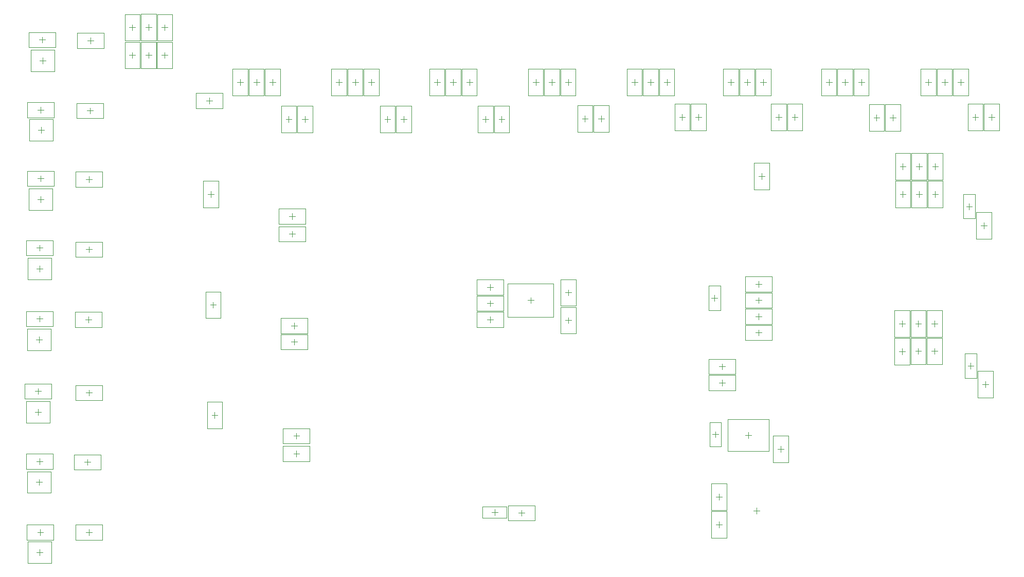
<source format=gbr>
%TF.GenerationSoftware,Altium Limited,Altium Designer,18.0.9 (584)*%
G04 Layer_Color=32768*
%FSLAX26Y26*%
%MOIN*%
%TF.FileFunction,Other,Mechanical_15*%
%TF.Part,Single*%
G01*
G75*
%TA.AperFunction,NonConductor*%
%ADD88C,0.003937*%
D88*
X3485000Y2750315D02*
Y2789685D01*
X3465315Y2770000D02*
X3504685D01*
X3398386Y2720787D02*
X3571614D01*
X3398386Y2819213D02*
X3571614D01*
Y2720787D02*
Y2819213D01*
X3398386Y2720787D02*
Y2819213D01*
X6494685Y3845000D02*
X6534055D01*
X6514370Y3825315D02*
Y3864685D01*
X6563583Y3758386D02*
Y3931614D01*
X6465158Y3758386D02*
Y3931614D01*
X6563583D01*
X6465158Y3758386D02*
X6563583D01*
X4705630Y1627599D02*
Y1702402D01*
X4863110Y1627599D02*
Y1702402D01*
X4705630D02*
X4863110D01*
X4705630Y1627599D02*
X4863110D01*
X4764685Y1665000D02*
X4804055D01*
X4784370Y1645315D02*
Y1684685D01*
X4959370Y1640315D02*
Y1679685D01*
X4939685Y1660000D02*
X4979055D01*
X4872756Y1610787D02*
X5045984D01*
X4872756Y1709213D02*
X5045984D01*
Y1610787D02*
Y1709213D01*
X4872756Y1610787D02*
Y1709213D01*
X6171968Y2976260D02*
X6246772D01*
X6171968Y3133740D02*
X6246772D01*
X6171968Y2976260D02*
Y3133740D01*
X6246772Y2976260D02*
Y3133740D01*
X6209370Y3035315D02*
Y3074685D01*
X6189685Y3055000D02*
X6229055D01*
X5017520Y3020315D02*
Y3059685D01*
X4997835Y3040000D02*
X5037205D01*
X4869882Y2931732D02*
X5165158D01*
X4869882Y3148268D02*
X5165158D01*
Y2931732D02*
Y3148268D01*
X4869882Y2931732D02*
Y3148268D01*
X6462835Y1675000D02*
X6502205D01*
X6482520Y1655315D02*
Y1694685D01*
X6188307Y1678386D02*
X6286732D01*
X6188307Y1851614D02*
X6286732D01*
X6188307Y1678386D02*
Y1851614D01*
X6286732Y1678386D02*
Y1851614D01*
X6237520Y1745315D02*
Y1784685D01*
X6217835Y1765000D02*
X6257205D01*
X7880315Y4229370D02*
X7919685D01*
X7900000Y4209685D02*
Y4249055D01*
X7850787Y4142756D02*
Y4315984D01*
X7949213Y4142756D02*
Y4315984D01*
X7850787Y4142756D02*
X7949213D01*
X7850787Y4315984D02*
X7949213D01*
X7985315Y4228740D02*
X8024685D01*
X8005000Y4209055D02*
Y4248425D01*
X8054213Y4142126D02*
Y4315354D01*
X7955787Y4142126D02*
Y4315354D01*
X8054213D01*
X7955787Y4142126D02*
X8054213D01*
X7240315Y4224370D02*
X7279685D01*
X7260000Y4204685D02*
Y4244055D01*
X7210787Y4137756D02*
Y4310984D01*
X7309213Y4137756D02*
Y4310984D01*
X7210787Y4137756D02*
X7309213D01*
X7210787Y4310984D02*
X7309213D01*
X7345315Y4224370D02*
X7384685D01*
X7365000Y4204685D02*
Y4244055D01*
X7414213Y4137756D02*
Y4310984D01*
X7315787Y4137756D02*
Y4310984D01*
X7414213D01*
X7315787Y4137756D02*
X7414213D01*
X6605315Y4229370D02*
X6644685D01*
X6625000Y4209685D02*
Y4249055D01*
X6575787Y4142756D02*
Y4315984D01*
X6674213Y4142756D02*
Y4315984D01*
X6575787Y4142756D02*
X6674213D01*
X6575787Y4315984D02*
X6674213D01*
X6710315Y4229370D02*
X6749685D01*
X6730000Y4209685D02*
Y4249055D01*
X6779213Y4142756D02*
Y4315984D01*
X6680787Y4142756D02*
Y4315984D01*
X6779213D01*
X6680787Y4142756D02*
X6779213D01*
X5980315Y4229370D02*
X6019685D01*
X6000000Y4209685D02*
Y4249055D01*
X5950787Y4142756D02*
Y4315984D01*
X6049213Y4142756D02*
Y4315984D01*
X5950787Y4142756D02*
X6049213D01*
X5950787Y4315984D02*
X6049213D01*
X6085315Y4229370D02*
X6124685D01*
X6105000Y4209685D02*
Y4249055D01*
X6154213Y4142756D02*
Y4315984D01*
X6055787Y4142756D02*
Y4315984D01*
X6154213D01*
X6055787Y4142756D02*
X6154213D01*
X5350315Y4219370D02*
X5389685D01*
X5370000Y4199685D02*
Y4239055D01*
X5320787Y4132756D02*
Y4305984D01*
X5419213Y4132756D02*
Y4305984D01*
X5320787Y4132756D02*
X5419213D01*
X5320787Y4305984D02*
X5419213D01*
X5455315Y4219370D02*
X5494685D01*
X5475000Y4199685D02*
Y4239055D01*
X5524213Y4132756D02*
Y4305984D01*
X5425787Y4132756D02*
Y4305984D01*
X5524213D01*
X5425787Y4132756D02*
X5524213D01*
X4810315Y4214370D02*
X4849685D01*
X4830000Y4194685D02*
Y4234055D01*
X4879213Y4127756D02*
Y4300984D01*
X4780787Y4127756D02*
Y4300984D01*
X4879213D01*
X4780787Y4127756D02*
X4879213D01*
X4705315Y4214370D02*
X4744685D01*
X4725000Y4194685D02*
Y4234055D01*
X4675787Y4127756D02*
Y4300984D01*
X4774213Y4127756D02*
Y4300984D01*
X4675787Y4127756D02*
X4774213D01*
X4675787Y4300984D02*
X4774213D01*
X4070315Y4214370D02*
X4109685D01*
X4090000Y4194685D02*
Y4234055D01*
X4040787Y4127756D02*
Y4300984D01*
X4139213Y4127756D02*
Y4300984D01*
X4040787Y4127756D02*
X4139213D01*
X4040787Y4300984D02*
X4139213D01*
X4175315Y4214370D02*
X4214685D01*
X4195000Y4194685D02*
Y4234055D01*
X4244213Y4127756D02*
Y4300984D01*
X4145787Y4127756D02*
Y4300984D01*
X4244213D01*
X4145787Y4127756D02*
X4244213D01*
X3535315Y4214370D02*
X3574685D01*
X3555000Y4194685D02*
Y4234055D01*
X3604213Y4127756D02*
Y4300984D01*
X3505787Y4127756D02*
Y4300984D01*
X3604213D01*
X3505787Y4127756D02*
X3604213D01*
X3430315Y4214370D02*
X3469685D01*
X3450000Y4194685D02*
Y4234055D01*
X3400787Y4127756D02*
Y4300984D01*
X3499213Y4127756D02*
Y4300984D01*
X3400787Y4127756D02*
X3499213D01*
X3400787Y4300984D02*
X3499213D01*
X7945315Y2494370D02*
X7984685D01*
X7965000Y2474685D02*
Y2514055D01*
X7915787Y2407756D02*
Y2580984D01*
X8014213Y2407756D02*
Y2580984D01*
X7915787Y2407756D02*
X8014213D01*
X7915787Y2580984D02*
X8014213D01*
X7935315Y3524370D02*
X7974685D01*
X7955000Y3504685D02*
Y3544055D01*
X7905787Y3437756D02*
Y3610984D01*
X8004213Y3437756D02*
Y3610984D01*
X7905787Y3437756D02*
X8004213D01*
X7905787Y3610984D02*
X8004213D01*
X2155630Y1515315D02*
Y1554685D01*
X2135945Y1535000D02*
X2175315D01*
X2069016Y1485787D02*
X2242244D01*
X2069016Y1584213D02*
X2242244D01*
Y1485787D02*
Y1584213D01*
X2069016Y1485787D02*
Y1584213D01*
X2145630Y1970315D02*
Y2009685D01*
X2125945Y1990000D02*
X2165315D01*
X2059016Y1940787D02*
X2232244D01*
X2059016Y2039213D02*
X2232244D01*
Y1940787D02*
Y2039213D01*
X2059016Y1940787D02*
Y2039213D01*
X2155630Y2420315D02*
Y2459685D01*
X2135945Y2440000D02*
X2175315D01*
X2069016Y2390787D02*
X2242244D01*
X2069016Y2489213D02*
X2242244D01*
Y2390787D02*
Y2489213D01*
X2069016Y2390787D02*
Y2489213D01*
X2150630Y2895315D02*
Y2934685D01*
X2130945Y2915000D02*
X2170315D01*
X2064016Y2865787D02*
X2237244D01*
X2064016Y2964213D02*
X2237244D01*
Y2865787D02*
Y2964213D01*
X2064016Y2865787D02*
Y2964213D01*
X1840000Y1515315D02*
Y1554685D01*
X1820315Y1535000D02*
X1859685D01*
X1753386Y1584213D02*
X1926614D01*
X1753386Y1485787D02*
X1926614D01*
X1753386D02*
Y1584213D01*
X1926614Y1485787D02*
Y1584213D01*
X1835000Y1975315D02*
Y2014685D01*
X1815315Y1995000D02*
X1854685D01*
X1748386Y2044213D02*
X1921614D01*
X1748386Y1945787D02*
X1921614D01*
X1748386D02*
Y2044213D01*
X1921614Y1945787D02*
Y2044213D01*
X1825000Y2430315D02*
Y2469685D01*
X1805315Y2450000D02*
X1844685D01*
X1738386Y2499213D02*
X1911614D01*
X1738386Y2400787D02*
X1911614D01*
X1738386D02*
Y2499213D01*
X1911614Y2400787D02*
Y2499213D01*
X1835630Y2900315D02*
Y2939685D01*
X1815945Y2920000D02*
X1855315D01*
X1749016Y2969213D02*
X1922244D01*
X1749016Y2870787D02*
X1922244D01*
X1749016D02*
Y2969213D01*
X1922244Y2870787D02*
Y2969213D01*
X1835630Y1385315D02*
Y1424685D01*
X1815945Y1405000D02*
X1855315D01*
X1758858Y1336102D02*
X1912402D01*
X1758858Y1473898D02*
X1912402D01*
Y1336102D02*
Y1473898D01*
X1758858Y1336102D02*
Y1473898D01*
X1830630Y1840315D02*
Y1879685D01*
X1810945Y1860000D02*
X1850315D01*
X1753858Y1791102D02*
X1907402D01*
X1753858Y1928898D02*
X1907402D01*
Y1791102D02*
Y1928898D01*
X1753858Y1791102D02*
Y1928898D01*
X1825630Y2295315D02*
Y2334685D01*
X1805945Y2315000D02*
X1845315D01*
X1748858Y2246102D02*
X1902402D01*
X1748858Y2383898D02*
X1902402D01*
Y2246102D02*
Y2383898D01*
X1748858Y2246102D02*
Y2383898D01*
X1830630Y2765315D02*
Y2804685D01*
X1810945Y2785000D02*
X1850315D01*
X1753858Y2716102D02*
X1907402D01*
X1753858Y2853898D02*
X1907402D01*
Y2716102D02*
Y2853898D01*
X1753858Y2716102D02*
Y2853898D01*
X2935000Y4315315D02*
Y4354685D01*
X2915315Y4335000D02*
X2954685D01*
X2848386Y4285787D02*
X3021614D01*
X2848386Y4384213D02*
X3021614D01*
Y4285787D02*
Y4384213D01*
X2848386Y4285787D02*
Y4384213D01*
X2626575Y4810000D02*
X2665945D01*
X2646260Y4790315D02*
Y4829685D01*
X2695472Y4723386D02*
Y4896614D01*
X2597047Y4723386D02*
Y4896614D01*
X2695472D01*
X2597047Y4723386D02*
X2695472D01*
X2625315Y4630000D02*
X2664685D01*
X2645000Y4610315D02*
Y4649685D01*
X2694213Y4543386D02*
Y4716614D01*
X2595787Y4543386D02*
Y4716614D01*
X2694213D01*
X2595787Y4543386D02*
X2694213D01*
X2521575Y4630000D02*
X2560945D01*
X2541260Y4610315D02*
Y4649685D01*
X2590472Y4543386D02*
Y4716614D01*
X2492047Y4543386D02*
Y4716614D01*
X2590472D01*
X2492047Y4543386D02*
X2590472D01*
X2521575Y4810630D02*
X2560945D01*
X2541260Y4790945D02*
Y4830315D01*
X2590472Y4724016D02*
Y4897244D01*
X2492047Y4724016D02*
Y4897244D01*
X2590472D01*
X2492047Y4724016D02*
X2590472D01*
X2416575Y4810000D02*
X2455945D01*
X2436260Y4790315D02*
Y4829685D01*
X2485472Y4723386D02*
Y4896614D01*
X2387047Y4723386D02*
Y4896614D01*
X2485472D01*
X2387047Y4723386D02*
X2485472D01*
X2416575Y4630000D02*
X2455945D01*
X2436260Y4610315D02*
Y4649685D01*
X2485472Y4543386D02*
Y4716614D01*
X2387047Y4543386D02*
Y4716614D01*
X2485472D01*
X2387047Y4543386D02*
X2485472D01*
X2155630Y3350315D02*
Y3389685D01*
X2135945Y3370000D02*
X2175315D01*
X2069016Y3320787D02*
X2242244D01*
X2069016Y3419213D02*
X2242244D01*
Y3320787D02*
Y3419213D01*
X2069016Y3320787D02*
Y3419213D01*
X2156260Y3805315D02*
Y3844685D01*
X2136575Y3825000D02*
X2175945D01*
X2069646Y3775787D02*
X2242874D01*
X2069646Y3874213D02*
X2242874D01*
Y3775787D02*
Y3874213D01*
X2069646Y3775787D02*
Y3874213D01*
X2161260Y4250315D02*
Y4289685D01*
X2141575Y4270000D02*
X2180945D01*
X2074646Y4220787D02*
X2247874D01*
X2074646Y4319213D02*
X2247874D01*
Y4220787D02*
Y4319213D01*
X2074646Y4220787D02*
Y4319213D01*
X2166260Y4705315D02*
Y4744685D01*
X2146575Y4725000D02*
X2185945D01*
X2079646Y4675787D02*
X2252874D01*
X2079646Y4774213D02*
X2252874D01*
Y4675787D02*
Y4774213D01*
X2079646Y4675787D02*
Y4774213D01*
X1836260Y3360315D02*
Y3399685D01*
X1816575Y3380000D02*
X1855945D01*
X1749646Y3429213D02*
X1922874D01*
X1749646Y3330787D02*
X1922874D01*
X1749646D02*
Y3429213D01*
X1922874Y3330787D02*
Y3429213D01*
X1841260Y3810315D02*
Y3849685D01*
X1821575Y3830000D02*
X1860945D01*
X1754646Y3879213D02*
X1927874D01*
X1754646Y3780787D02*
X1927874D01*
X1754646D02*
Y3879213D01*
X1927874Y3780787D02*
Y3879213D01*
X1841260Y4255315D02*
Y4294685D01*
X1821575Y4275000D02*
X1860945D01*
X1754646Y4324213D02*
X1927874D01*
X1754646Y4225787D02*
X1927874D01*
X1754646D02*
Y4324213D01*
X1927874Y4225787D02*
Y4324213D01*
X1851260Y4710315D02*
Y4749685D01*
X1831575Y4730000D02*
X1870945D01*
X1764646Y4779213D02*
X1937874D01*
X1764646Y4680787D02*
X1937874D01*
X1764646D02*
Y4779213D01*
X1937874Y4680787D02*
Y4779213D01*
X1835630Y3225315D02*
Y3264685D01*
X1815945Y3245000D02*
X1855315D01*
X1758858Y3176102D02*
X1912402D01*
X1758858Y3313898D02*
X1912402D01*
Y3176102D02*
Y3313898D01*
X1758858Y3176102D02*
Y3313898D01*
X1840630Y3675315D02*
Y3714685D01*
X1820945Y3695000D02*
X1860315D01*
X1763858Y3626102D02*
X1917402D01*
X1763858Y3763898D02*
X1917402D01*
Y3626102D02*
Y3763898D01*
X1763858Y3626102D02*
Y3763898D01*
X1845630Y4125315D02*
Y4164685D01*
X1825945Y4145000D02*
X1865315D01*
X1768858Y4076102D02*
X1922402D01*
X1768858Y4213898D02*
X1922402D01*
Y4076102D02*
Y4213898D01*
X1768858Y4076102D02*
Y4213898D01*
X1855630Y4575315D02*
Y4614685D01*
X1835945Y4595000D02*
X1875315D01*
X1778858Y4526102D02*
X1932402D01*
X1778858Y4663898D02*
X1932402D01*
Y4526102D02*
Y4663898D01*
X1778858Y4526102D02*
Y4663898D01*
X2940315Y3010000D02*
X2979685D01*
X2960000Y2990315D02*
Y3029685D01*
X2910787Y2923386D02*
Y3096614D01*
X3009213Y2923386D02*
Y3096614D01*
X2910787Y2923386D02*
X3009213D01*
X2910787Y3096614D02*
X3009213D01*
X2950315Y2295000D02*
X2989685D01*
X2970000Y2275315D02*
Y2314685D01*
X2920787Y2208386D02*
Y2381614D01*
X3019213Y2208386D02*
Y2381614D01*
X2920787Y2208386D02*
X3019213D01*
X2920787Y2381614D02*
X3019213D01*
X3500000Y2025315D02*
Y2064685D01*
X3480315Y2045000D02*
X3519685D01*
X3413386Y1995787D02*
X3586614D01*
X3413386Y2094213D02*
X3586614D01*
Y1995787D02*
Y2094213D01*
X3413386Y1995787D02*
Y2094213D01*
X3485000Y2855315D02*
Y2894685D01*
X3465315Y2875000D02*
X3504685D01*
X3398386Y2825787D02*
X3571614D01*
X3398386Y2924213D02*
X3571614D01*
Y2825787D02*
Y2924213D01*
X3398386Y2825787D02*
Y2924213D01*
X3470630Y3450315D02*
Y3489685D01*
X3450945Y3470000D02*
X3490315D01*
X3384016Y3420787D02*
X3557244D01*
X3384016Y3519213D02*
X3557244D01*
Y3420787D02*
Y3519213D01*
X3384016Y3420787D02*
Y3519213D01*
X2925315Y3729370D02*
X2964685D01*
X2945000Y3709685D02*
Y3749055D01*
X2895787Y3642756D02*
Y3815984D01*
X2994213Y3642756D02*
Y3815984D01*
X2895787Y3642756D02*
X2994213D01*
X2895787Y3815984D02*
X2994213D01*
X3413386Y2110787D02*
Y2209213D01*
X3586614Y2110787D02*
Y2209213D01*
X3413386D02*
X3586614D01*
X3413386Y2110787D02*
X3586614D01*
X3480315Y2160000D02*
X3519685D01*
X3500000Y2140315D02*
Y2179685D01*
X3384016Y3535787D02*
Y3634213D01*
X3557244Y3535787D02*
Y3634213D01*
X3384016D02*
X3557244D01*
X3384016Y3535787D02*
X3557244D01*
X3450945Y3585000D02*
X3490315D01*
X3470630Y3565315D02*
Y3604685D01*
X6344134Y2560787D02*
Y2659213D01*
X6170905Y2560787D02*
Y2659213D01*
Y2560787D02*
X6344134D01*
X6170905Y2659213D02*
X6344134D01*
X6237835Y2610000D02*
X6277205D01*
X6257520Y2590315D02*
Y2629685D01*
X5213307Y2996614D02*
X5311732D01*
X5213307Y2823386D02*
X5311732D01*
Y2996614D01*
X5213307Y2823386D02*
Y2996614D01*
X5262520Y2890315D02*
Y2929685D01*
X5242835Y2910000D02*
X5282205D01*
X5213307Y3003386D02*
X5311732D01*
X5213307Y3176614D02*
X5311732D01*
X5213307Y3003386D02*
Y3176614D01*
X5311732Y3003386D02*
Y3176614D01*
X5262520Y3070315D02*
Y3109685D01*
X5242835Y3090000D02*
X5282205D01*
X6344134Y2455787D02*
Y2554213D01*
X6170905Y2455787D02*
Y2554213D01*
Y2455787D02*
X6344134D01*
X6170905Y2554213D02*
X6344134D01*
X6237835Y2505000D02*
X6277205D01*
X6257520Y2485315D02*
Y2524685D01*
X6188307Y1671614D02*
X6286732D01*
X6188307Y1498386D02*
X6286732D01*
Y1671614D01*
X6188307Y1498386D02*
Y1671614D01*
X6237520Y1565315D02*
Y1604685D01*
X6217835Y1585000D02*
X6257205D01*
X6293661Y2062638D02*
Y2267362D01*
X6561378Y2062638D02*
Y2267362D01*
X6293661D02*
X6561378D01*
X6293661Y2062638D02*
X6561378D01*
X6407835Y2165000D02*
X6447205D01*
X6427520Y2145315D02*
Y2184685D01*
X6588307Y2160984D02*
X6686732D01*
X6588307Y1987756D02*
X6686732D01*
Y2160984D01*
X6588307Y1987756D02*
Y2160984D01*
X6637520Y2054685D02*
Y2094055D01*
X6617835Y2074370D02*
X6657205D01*
X6194685Y2170000D02*
X6234055D01*
X6214370Y2150315D02*
Y2189685D01*
X6176969Y2091260D02*
Y2248740D01*
X6251772Y2091260D02*
Y2248740D01*
X6176969Y2091260D02*
X6251772D01*
X6176969Y2248740D02*
X6251772D01*
X6407756Y3095787D02*
Y3194213D01*
X6580984Y3095787D02*
Y3194213D01*
X6407756D02*
X6580984D01*
X6407756Y3095787D02*
X6580984D01*
X6474685Y3145000D02*
X6514055D01*
X6494370Y3125315D02*
Y3164685D01*
X6407756Y2990787D02*
Y3089213D01*
X6580984Y2990787D02*
Y3089213D01*
X6407756D02*
X6580984D01*
X6407756Y2990787D02*
X6580984D01*
X6474685Y3040000D02*
X6514055D01*
X6494370Y3020315D02*
Y3059685D01*
X6407756Y2885787D02*
Y2984213D01*
X6580984Y2885787D02*
Y2984213D01*
X6407756D02*
X6580984D01*
X6407756Y2885787D02*
X6580984D01*
X6474685Y2935000D02*
X6514055D01*
X6494370Y2915315D02*
Y2954685D01*
X6407756Y2780787D02*
Y2879213D01*
X6580984Y2780787D02*
Y2879213D01*
X6407756D02*
X6580984D01*
X6407756Y2780787D02*
X6580984D01*
X6474685Y2830000D02*
X6514055D01*
X6494370Y2810315D02*
Y2849685D01*
X4841614Y3075787D02*
Y3174213D01*
X4668386Y3075787D02*
Y3174213D01*
Y3075787D02*
X4841614D01*
X4668386Y3174213D02*
X4841614D01*
X4735315Y3125000D02*
X4774685D01*
X4755000Y3105315D02*
Y3144685D01*
X4840984Y2970787D02*
Y3069213D01*
X4667756Y2970787D02*
Y3069213D01*
Y2970787D02*
X4840984D01*
X4667756Y3069213D02*
X4840984D01*
X4734685Y3020000D02*
X4774055D01*
X4754370Y3000315D02*
Y3039685D01*
X4840984Y2865787D02*
Y2964213D01*
X4667756Y2865787D02*
Y2964213D01*
Y2865787D02*
X4840984D01*
X4667756Y2964213D02*
X4840984D01*
X4734685Y2915000D02*
X4774055D01*
X4754370Y2895315D02*
Y2934685D01*
X4361417Y4367756D02*
X4459842D01*
X4361417Y4540984D02*
X4459842D01*
X4361417Y4367756D02*
Y4540984D01*
X4459842Y4367756D02*
Y4540984D01*
X4410630Y4434685D02*
Y4474055D01*
X4390945Y4454370D02*
X4430315D01*
X3086417Y4368386D02*
X3184843D01*
X3086417Y4541614D02*
X3184843D01*
X3086417Y4368386D02*
Y4541614D01*
X3184843Y4368386D02*
Y4541614D01*
X3135630Y4435315D02*
Y4474685D01*
X3115945Y4455000D02*
X3155315D01*
X3726417Y4367126D02*
X3824843D01*
X3726417Y4540354D02*
X3824843D01*
X3726417Y4367126D02*
Y4540354D01*
X3824843Y4367126D02*
Y4540354D01*
X3775630Y4434055D02*
Y4473425D01*
X3755945Y4453740D02*
X3795315D01*
X4466417Y4367756D02*
X4564842D01*
X4466417Y4540984D02*
X4564842D01*
X4466417Y4367756D02*
Y4540984D01*
X4564842Y4367756D02*
Y4540984D01*
X4515630Y4434685D02*
Y4474055D01*
X4495945Y4454370D02*
X4535315D01*
X3191417Y4369016D02*
X3289843D01*
X3191417Y4542244D02*
X3289843D01*
X3191417Y4369016D02*
Y4542244D01*
X3289843Y4369016D02*
Y4542244D01*
X3240630Y4435945D02*
Y4475315D01*
X3220945Y4455630D02*
X3260315D01*
X3831417Y4367756D02*
X3929843D01*
X3831417Y4540984D02*
X3929843D01*
X3831417Y4367756D02*
Y4540984D01*
X3929843Y4367756D02*
Y4540984D01*
X3880630Y4434685D02*
Y4474055D01*
X3860945Y4454370D02*
X3900315D01*
X4571417Y4367126D02*
X4669842D01*
X4571417Y4540354D02*
X4669842D01*
X4571417Y4367126D02*
Y4540354D01*
X4669842Y4367126D02*
Y4540354D01*
X4620630Y4434055D02*
Y4473425D01*
X4600945Y4453740D02*
X4640315D01*
X3296417Y4368386D02*
X3394843D01*
X3296417Y4541614D02*
X3394843D01*
X3296417Y4368386D02*
Y4541614D01*
X3394843Y4368386D02*
Y4541614D01*
X3345630Y4435315D02*
Y4474685D01*
X3325945Y4455000D02*
X3365315D01*
X3936417Y4367756D02*
X4034843D01*
X3936417Y4540984D02*
X4034843D01*
X3936417Y4367756D02*
Y4540984D01*
X4034843Y4367756D02*
Y4540984D01*
X3985630Y4434685D02*
Y4474055D01*
X3965945Y4454370D02*
X4005315D01*
X6266417Y4367756D02*
X6364842D01*
X6266417Y4540984D02*
X6364842D01*
X6266417Y4367756D02*
Y4540984D01*
X6364842Y4367756D02*
Y4540984D01*
X6315630Y4434685D02*
Y4474055D01*
X6295945Y4454370D02*
X6335315D01*
X5641417Y4367756D02*
X5739842D01*
X5641417Y4540984D02*
X5739842D01*
X5641417Y4367756D02*
Y4540984D01*
X5739842Y4367756D02*
Y4540984D01*
X5690630Y4434685D02*
Y4474055D01*
X5670945Y4454370D02*
X5710315D01*
X5001417Y4367756D02*
X5099842D01*
X5001417Y4540984D02*
X5099842D01*
X5001417Y4367756D02*
Y4540984D01*
X5099842Y4367756D02*
Y4540984D01*
X5050630Y4434685D02*
Y4474055D01*
X5030945Y4454370D02*
X5070315D01*
X6371417Y4368386D02*
X6469842D01*
X6371417Y4541614D02*
X6469842D01*
X6371417Y4368386D02*
Y4541614D01*
X6469842Y4368386D02*
Y4541614D01*
X6420630Y4435315D02*
Y4474685D01*
X6400945Y4455000D02*
X6440315D01*
X5746417Y4368386D02*
X5844842D01*
X5746417Y4541614D02*
X5844842D01*
X5746417Y4368386D02*
Y4541614D01*
X5844842Y4368386D02*
Y4541614D01*
X5795630Y4435315D02*
Y4474685D01*
X5775945Y4455000D02*
X5815315D01*
X5106417Y4368386D02*
X5204842D01*
X5106417Y4541614D02*
X5204842D01*
X5106417Y4368386D02*
Y4541614D01*
X5204842Y4368386D02*
Y4541614D01*
X5155630Y4435315D02*
Y4474685D01*
X5135945Y4455000D02*
X5175315D01*
X6476417Y4367756D02*
X6574842D01*
X6476417Y4540984D02*
X6574842D01*
X6476417Y4367756D02*
Y4540984D01*
X6574842Y4367756D02*
Y4540984D01*
X6525630Y4434685D02*
Y4474055D01*
X6505945Y4454370D02*
X6545315D01*
X5851417Y4367756D02*
X5949842D01*
X5851417Y4540984D02*
X5949842D01*
X5851417Y4367756D02*
Y4540984D01*
X5949842Y4367756D02*
Y4540984D01*
X5900630Y4434685D02*
Y4474055D01*
X5880945Y4454370D02*
X5920315D01*
X5211417Y4367756D02*
X5309842D01*
X5211417Y4540984D02*
X5309842D01*
X5211417Y4367756D02*
Y4540984D01*
X5309842Y4367756D02*
Y4540984D01*
X5260630Y4434685D02*
Y4474055D01*
X5240945Y4454370D02*
X5280315D01*
X7546417Y4367756D02*
X7644842D01*
X7546417Y4540984D02*
X7644842D01*
X7546417Y4367756D02*
Y4540984D01*
X7644842Y4367756D02*
Y4540984D01*
X7595630Y4434685D02*
Y4474055D01*
X7575945Y4454370D02*
X7615315D01*
X6901417Y4367756D02*
X6999842D01*
X6901417Y4540984D02*
X6999842D01*
X6901417Y4367756D02*
Y4540984D01*
X6999842Y4367756D02*
Y4540984D01*
X6950630Y4434685D02*
Y4474055D01*
X6930945Y4454370D02*
X6970315D01*
X7651417Y4367756D02*
X7749842D01*
X7651417Y4540984D02*
X7749842D01*
X7651417Y4367756D02*
Y4540984D01*
X7749842Y4367756D02*
Y4540984D01*
X7700630Y4434685D02*
Y4474055D01*
X7680945Y4454370D02*
X7720315D01*
X7006417Y4367756D02*
X7104842D01*
X7006417Y4540984D02*
X7104842D01*
X7006417Y4367756D02*
Y4540984D01*
X7104842Y4367756D02*
Y4540984D01*
X7055630Y4434685D02*
Y4474055D01*
X7035945Y4454370D02*
X7075315D01*
X7756417Y4367756D02*
X7854842D01*
X7756417Y4540984D02*
X7854842D01*
X7756417Y4367756D02*
Y4540984D01*
X7854842Y4367756D02*
Y4540984D01*
X7805630Y4434685D02*
Y4474055D01*
X7785945Y4454370D02*
X7825315D01*
X7111417Y4367756D02*
X7209842D01*
X7111417Y4540984D02*
X7209842D01*
X7111417Y4367756D02*
Y4540984D01*
X7209842Y4367756D02*
Y4540984D01*
X7160630Y4434685D02*
Y4474055D01*
X7140945Y4454370D02*
X7180315D01*
X7850315Y2615000D02*
X7889685D01*
X7870000Y2595315D02*
Y2634685D01*
X7832599Y2536260D02*
Y2693740D01*
X7907402Y2536260D02*
Y2693740D01*
X7832599Y2536260D02*
X7907402D01*
X7832599Y2693740D02*
X7907402D01*
X7375787Y2622756D02*
X7474213D01*
X7375787Y2795984D02*
X7474213D01*
X7375787Y2622756D02*
Y2795984D01*
X7474213Y2622756D02*
Y2795984D01*
X7425000Y2689685D02*
Y2729055D01*
X7405315Y2709370D02*
X7444685D01*
X7375787Y2802756D02*
X7474213D01*
X7375787Y2975984D02*
X7474213D01*
X7375787Y2802756D02*
Y2975984D01*
X7474213Y2802756D02*
Y2975984D01*
X7425000Y2869685D02*
Y2909055D01*
X7405315Y2889370D02*
X7444685D01*
X7480787Y2623386D02*
X7579213D01*
X7480787Y2796614D02*
X7579213D01*
X7480787Y2623386D02*
Y2796614D01*
X7579213Y2623386D02*
Y2796614D01*
X7530000Y2690315D02*
Y2729685D01*
X7510315Y2710000D02*
X7549685D01*
X7480787Y2802756D02*
X7579213D01*
X7480787Y2975984D02*
X7579213D01*
X7480787Y2802756D02*
Y2975984D01*
X7579213Y2802756D02*
Y2975984D01*
X7530000Y2869685D02*
Y2909055D01*
X7510315Y2889370D02*
X7549685D01*
X7585787Y2623386D02*
X7684213D01*
X7585787Y2796614D02*
X7684213D01*
X7585787Y2623386D02*
Y2796614D01*
X7684213Y2623386D02*
Y2796614D01*
X7635000Y2690315D02*
Y2729685D01*
X7615315Y2710000D02*
X7654685D01*
X7585787Y2802756D02*
X7684213D01*
X7585787Y2975984D02*
X7684213D01*
X7585787Y2802756D02*
Y2975984D01*
X7684213Y2802756D02*
Y2975984D01*
X7635000Y2869685D02*
Y2909055D01*
X7615315Y2889370D02*
X7654685D01*
X7380787Y3642756D02*
X7479213D01*
X7380787Y3815984D02*
X7479213D01*
X7380787Y3642756D02*
Y3815984D01*
X7479213Y3642756D02*
Y3815984D01*
X7430000Y3709685D02*
Y3749055D01*
X7410315Y3729370D02*
X7449685D01*
X7380787Y3822756D02*
X7479213D01*
X7380787Y3995984D02*
X7479213D01*
X7380787Y3822756D02*
Y3995984D01*
X7479213Y3822756D02*
Y3995984D01*
X7430000Y3889685D02*
Y3929055D01*
X7410315Y3909370D02*
X7449685D01*
X7485787Y3642756D02*
X7584213D01*
X7485787Y3815984D02*
X7584213D01*
X7485787Y3642756D02*
Y3815984D01*
X7584213Y3642756D02*
Y3815984D01*
X7535000Y3709685D02*
Y3749055D01*
X7515315Y3729370D02*
X7554685D01*
X7485787Y3822756D02*
X7584213D01*
X7485787Y3995984D02*
X7584213D01*
X7485787Y3822756D02*
Y3995984D01*
X7584213Y3822756D02*
Y3995984D01*
X7535000Y3889685D02*
Y3929055D01*
X7515315Y3909370D02*
X7554685D01*
X7590787Y3642756D02*
X7689213D01*
X7590787Y3815984D02*
X7689213D01*
X7590787Y3642756D02*
Y3815984D01*
X7689213Y3642756D02*
Y3815984D01*
X7640000Y3709685D02*
Y3749055D01*
X7620315Y3729370D02*
X7659685D01*
X7590787Y3822756D02*
X7689213D01*
X7590787Y3995984D02*
X7689213D01*
X7590787Y3822756D02*
Y3995984D01*
X7689213Y3822756D02*
Y3995984D01*
X7640000Y3889685D02*
Y3929055D01*
X7620315Y3909370D02*
X7659685D01*
X7840315Y3649370D02*
X7879685D01*
X7860000Y3629685D02*
Y3669055D01*
X7822599Y3570630D02*
Y3728110D01*
X7897402Y3570630D02*
Y3728110D01*
X7822599Y3570630D02*
X7897402D01*
X7822599Y3728110D02*
X7897402D01*
%TF.MD5,09c564661ecc662ababd060219718f3d*%
M02*

</source>
